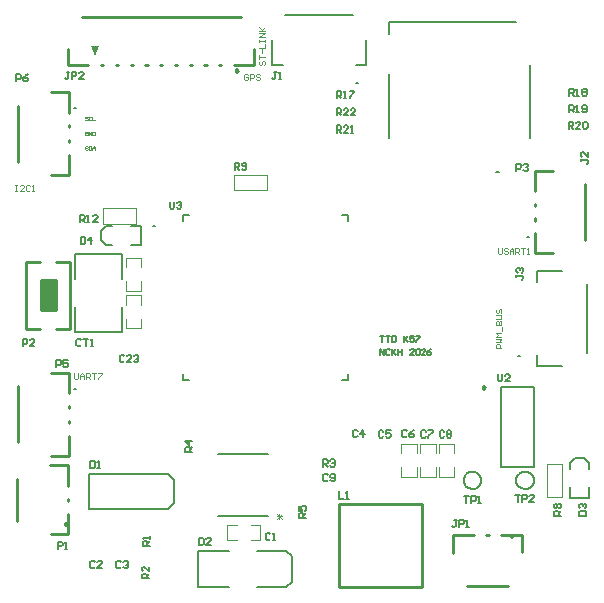
<source format=gto>
G04*
G04 #@! TF.GenerationSoftware,Altium Limited,Altium Designer,23.7.1 (13)*
G04*
G04 Layer_Color=65535*
%FSLAX44Y44*%
%MOMM*%
G71*
G04*
G04 #@! TF.SameCoordinates,04D04BC5-F765-4596-8717-98BD9A505975*
G04*
G04*
G04 #@! TF.FilePolarity,Positive*
G04*
G01*
G75*
%ADD10C,0.2000*%
%ADD11C,0.2500*%
%ADD12C,0.2540*%
%ADD13C,0.1500*%
%ADD14C,0.1200*%
%ADD15C,0.1270*%
%ADD16C,0.1524*%
%ADD17C,0.1000*%
%ADD18C,0.0762*%
%ADD19R,1.2700X2.5400*%
G36*
X-171719Y215483D02*
X-177719D01*
X-174719Y206484D01*
X-171719Y215483D01*
D01*
D02*
G37*
D10*
X-12750Y-243146D02*
X-8250Y-238646D01*
Y-216646D01*
X-12750Y-212146D01*
X-37250D01*
Y-243146D02*
X-12750D01*
X-2249Y-184248D02*
Y-181249D01*
X-1249Y-180250D01*
X750D01*
X1750Y-181249D01*
Y-184248D01*
X3749D02*
X-2249D01*
X1750Y-182249D02*
X3749Y-180250D01*
Y-177251D02*
X2749Y-178250D01*
X3749Y-177251D02*
Y-175251D01*
X2749Y-174252D01*
X750D01*
X-250Y-175251D01*
Y-176251D01*
X750Y-178250D01*
X-2249D01*
Y-174252D01*
X18502Y-152249D02*
X19501Y-153249D01*
X21501D01*
X22500Y-152249D01*
X24500D02*
X25499Y-153249D01*
X27499D01*
X28498Y-152249D01*
Y-148251D01*
X27499Y-147251D01*
X25499D01*
X24500Y-148251D01*
Y-149250D01*
X25499Y-150250D01*
X28498D01*
X22500Y-148251D02*
X21501Y-147251D01*
X19501D01*
X18502Y-148251D01*
Y-152249D01*
X18252Y-140749D02*
Y-134751D01*
X21251D01*
X22250Y-135751D01*
Y-137750D01*
X21251Y-138750D01*
X18252D01*
X20251D02*
X22250Y-140749D01*
X25249D02*
X24250Y-139749D01*
X25249Y-140749D02*
X27249D01*
X28248Y-139749D01*
Y-138750D01*
X27249Y-137750D01*
X26249D01*
X27249D01*
X28248Y-136750D01*
Y-135751D01*
X27249Y-134751D01*
X25249D01*
X24250Y-135751D01*
X32001Y-161877D02*
Y-167875D01*
X36000D01*
X37999D02*
X39999D01*
X38999D01*
Y-161877D01*
X37999Y-162877D01*
X85252Y-114999D02*
X86251Y-115999D01*
X88251D01*
X89250Y-114999D01*
X91250D02*
X92249Y-115999D01*
X94249D01*
X95248Y-114999D01*
Y-114000D01*
X94249Y-113000D01*
X91250D01*
Y-114999D01*
Y-113000D02*
X93249Y-111001D01*
X95248Y-110001D01*
X88251D02*
X86251D01*
X85252Y-111001D01*
Y-114999D01*
X89250Y-111001D02*
X88251Y-110001D01*
X102251Y-110251D02*
X101252Y-111251D01*
Y-115249D01*
X102251Y-116249D01*
X104251D01*
X105250Y-115249D01*
Y-111251D02*
X104251Y-110251D01*
X102251D01*
X107250D02*
X111248D01*
Y-111251D01*
X107250Y-115249D01*
Y-116249D01*
X117002Y-115249D02*
X118001Y-116249D01*
X120001D01*
X121000Y-115249D01*
X123000D02*
Y-114250D01*
X123999Y-113250D01*
X123000Y-112250D01*
Y-111251D01*
X123999Y-110251D01*
X125999D01*
X126998Y-111251D01*
Y-112250D01*
X125999Y-113250D01*
X126998Y-114250D01*
Y-115249D01*
X125999Y-116249D01*
X123999D01*
X123000Y-115249D01*
X123999Y-113250D02*
X125999D01*
X121000Y-111251D02*
X120001Y-110251D01*
X118001D01*
X117002Y-111251D01*
Y-115249D01*
X137752Y-165751D02*
X141751D01*
X139752D01*
Y-171749D01*
X143750D02*
Y-165751D01*
X146749D01*
X147749Y-166751D01*
Y-168750D01*
X146749Y-169750D01*
X143750D01*
X149748Y-171749D02*
X151748D01*
X150748D01*
Y-165751D01*
X149748Y-166751D01*
X140498Y-185751D02*
X139498Y-186751D01*
X137499D02*
Y-188750D01*
X136499Y-189750D01*
X133500D01*
Y-191749D02*
Y-185751D01*
X136499D01*
X137499Y-186751D01*
X140498Y-185751D02*
Y-191749D01*
X141498D01*
X139498D01*
X181003Y-164501D02*
X185001D01*
X183002D01*
Y-170499D01*
X187001D02*
Y-164501D01*
X190000D01*
X190999Y-165501D01*
Y-167500D01*
X190000Y-168500D01*
X187001D01*
X192999Y-170499D02*
X196997Y-166500D01*
Y-165501D01*
X195998Y-164501D01*
X193998D01*
X192999Y-165501D01*
Y-170499D02*
X196997D01*
X213751Y-182248D02*
Y-179249D01*
X214751Y-178250D01*
X216750D01*
X217750Y-179249D01*
Y-182248D01*
X219749D02*
X213751D01*
X235251D02*
X241249D01*
Y-179249D01*
X240249Y-178250D01*
X236251D01*
X235251Y-179249D01*
Y-182248D01*
Y-175251D02*
Y-173251D01*
X236251Y-172252D01*
X237250D01*
X238250Y-173251D01*
Y-174251D01*
Y-173251D01*
X239250Y-172252D01*
X240249D01*
X241249Y-173251D01*
Y-175251D01*
X240249Y-176250D01*
X236251D02*
X235251Y-175251D01*
X219749D02*
X218749Y-176250D01*
X217750D01*
X216750Y-175251D01*
X215750Y-176250D01*
X214751D01*
X213751Y-175251D01*
Y-173251D01*
X214751Y-172252D01*
X215750D01*
X216750Y-173251D01*
X217750Y-172252D01*
X218749D01*
X219749Y-173251D01*
Y-175251D01*
X216750D02*
Y-173251D01*
X217750Y-180249D02*
X219749Y-178250D01*
X197000Y-140750D02*
Y-73750D01*
X169000D01*
Y-140750D01*
X197000D01*
X220750Y-55250D02*
X199500D01*
Y-46250D01*
X184909Y-47290D02*
X183631D01*
X184909D01*
X175249Y-62751D02*
X173249D01*
X172250Y-63751D01*
X170250Y-62751D02*
Y-67749D01*
X169251Y-68749D01*
X167251D01*
X166252Y-67749D01*
Y-62751D01*
X175249D02*
X176248Y-63751D01*
Y-64750D01*
X172250Y-68749D01*
X176248D01*
X242000Y-44250D02*
Y13750D01*
X220750Y24750D02*
X199500Y24750D01*
X199500Y15750D01*
X187999Y18501D02*
X186999Y17502D01*
X187999Y18501D02*
Y19501D01*
X186999Y20501D01*
X182001D01*
Y19501D01*
Y21500D01*
X183001Y23500D02*
X182001Y24499D01*
Y26499D01*
X183001Y27498D01*
X184000D01*
X185000Y26499D01*
Y25499D01*
Y26499D01*
X186000Y27498D01*
X186999D01*
X187999Y26499D01*
Y24499D01*
X186999Y23500D01*
X191048Y53390D02*
X193050D01*
X191048D01*
X236501Y117501D02*
Y118501D01*
X241499D01*
X242499Y117501D01*
Y116501D01*
X241499Y115502D01*
X242499Y121500D02*
X238500Y125498D01*
X237501D01*
X236501Y124499D01*
Y122499D01*
X237501Y121500D01*
X236501Y119500D02*
Y117501D01*
X242499Y121500D02*
Y125498D01*
X242247Y146277D02*
X241248Y145277D01*
X239248D01*
X238249Y146277D01*
Y150275D01*
X239248Y151275D01*
X241248D01*
X242247Y150275D01*
Y146277D01*
X236249Y145277D02*
X232251D01*
X236249Y149276D01*
Y150275D01*
X235250Y151275D01*
X233250D01*
X232251Y150275D01*
X230251D02*
Y148276D01*
X229252Y147276D01*
X226253D01*
Y145277D02*
Y151275D01*
X229252D01*
X230251Y150275D01*
X230751Y159001D02*
X228752Y161000D01*
X229751D02*
X226752D01*
Y159001D02*
Y164999D01*
X229751D01*
X230751Y163999D01*
Y162000D01*
X229751Y161000D01*
X232750Y159001D02*
X234750D01*
X233750D01*
Y164999D01*
X232750Y163999D01*
X232750Y173225D02*
X234750D01*
X233750D01*
Y179223D01*
X232750Y178223D01*
X230751D02*
Y176224D01*
X229751Y175224D01*
X226752D01*
X228752D02*
X230751Y173225D01*
X226752D02*
Y179223D01*
X229751D01*
X230751Y178223D01*
X237749Y174225D02*
Y175224D01*
X238748Y176224D01*
X237749Y177224D01*
Y178223D01*
X238748Y179223D01*
X240748D01*
X241747Y178223D01*
Y177224D01*
X240748Y176224D01*
X241747Y175224D01*
Y174225D01*
X240748Y173225D01*
X238748D01*
X237749Y174225D01*
X238748Y164999D02*
X237749Y163999D01*
Y163000D01*
X238748Y162000D01*
X241748D01*
Y163999D02*
X240748Y164999D01*
X238748D01*
X241748Y163999D02*
Y160001D01*
X240748Y159001D01*
X238748D01*
X237749Y160001D01*
X238748Y176224D02*
X240748D01*
X228252Y147276D02*
X230251Y145277D01*
X190999Y115499D02*
X191998Y114499D01*
Y113500D01*
X190999Y112500D01*
X189999D01*
X190999D01*
X191998Y111500D01*
Y110501D01*
X190999Y109501D01*
X188999D01*
X188000Y110501D01*
Y114499D02*
X188999Y115499D01*
X190999D01*
X185001D02*
X186000Y114499D01*
Y112500D01*
X185001Y111500D01*
X182002D01*
Y109501D02*
Y115499D01*
X185001D01*
X167000Y109000D02*
X165000D01*
X167000D01*
X44000Y241484D02*
X-14000D01*
X-25000Y220234D02*
X-25000Y198984D01*
X-16000Y198984D01*
X-18001Y193249D02*
X-19001Y192249D01*
X-18001Y193249D02*
Y187251D01*
X-17001D01*
X-19001D01*
X29753Y173000D02*
X32752D01*
X33751Y174000D01*
Y175999D01*
X32752Y176999D01*
X29753D01*
Y171001D01*
Y162499D02*
X32752D01*
X33751Y161499D01*
Y159500D01*
X32752Y158500D01*
X29753D01*
Y156501D02*
Y162499D01*
Y147999D02*
X32752D01*
X33751Y146999D01*
Y145000D01*
X32752Y144000D01*
X29753D01*
Y142001D02*
Y147999D01*
X31752Y144000D02*
X33751Y142001D01*
X35751D02*
X39749Y146000D01*
Y146999D01*
X38750Y147999D01*
X36750D01*
X35751Y146999D01*
Y142001D02*
X39749D01*
X41749D02*
X43748D01*
X42748D01*
Y147999D01*
X41749Y146999D01*
Y156501D02*
X45747Y160500D01*
Y161499D01*
X44748Y162499D01*
X42748D01*
X41749Y161499D01*
X39749D02*
X38750Y162499D01*
X36750D01*
X35751Y161499D01*
X39749D02*
Y160500D01*
X35751Y156501D01*
X39749D01*
X41749D02*
X45747D01*
X33751D02*
X31752Y158500D01*
X33751Y171001D02*
X31752Y173000D01*
X35751Y171001D02*
X37750D01*
X36750D01*
Y176999D01*
X35751Y175999D01*
X40749Y176999D02*
X44748D01*
Y175999D01*
X40749Y172001D01*
Y171001D01*
X46400Y183754D02*
X47680D01*
X46400D01*
X46000Y198984D02*
X55000D01*
Y220234D01*
X-21000Y193249D02*
X-22999D01*
X-22000D01*
Y188251D01*
X-22999Y187251D01*
X-23999D01*
X-24999Y188251D01*
X-47501Y116499D02*
X-49501D01*
X-50500Y115499D01*
Y114500D01*
X-49501Y113500D01*
X-46502D01*
Y115499D02*
X-47501Y116499D01*
X-46502Y115499D02*
Y111501D01*
X-47501Y110501D01*
X-49501D01*
X-50500Y111501D01*
X-52500Y110501D02*
X-54499Y112500D01*
X-53499D02*
X-56498D01*
Y110501D02*
Y116499D01*
X-53499D01*
X-52500Y115499D01*
Y113500D01*
X-53499Y112500D01*
X-102551Y83549D02*
X-101552Y82549D01*
Y81550D01*
X-102551Y80550D01*
X-103551D01*
X-102551D01*
X-101552Y79550D01*
Y78551D01*
X-102551Y77551D01*
X-104551D01*
X-105550Y78551D01*
X-107550D02*
Y83549D01*
X-104551D02*
X-102551D01*
X-104551D02*
X-105550Y82549D01*
X-107550Y78551D02*
X-108549Y77551D01*
X-110549D01*
X-111548Y78551D01*
Y83549D01*
X-123950Y62500D02*
X-125950D01*
X-123950D01*
X-172502Y66251D02*
X-176501D01*
X-172502Y70250D01*
Y71249D01*
X-173502Y72249D01*
X-175501D01*
X-176501Y71249D01*
X-181500D02*
X-180500Y72249D01*
Y66251D01*
X-179500D01*
X-181500D01*
X-183499D02*
X-185498Y68250D01*
X-184499D02*
X-187498D01*
Y66251D02*
Y72249D01*
X-184499D01*
X-183499Y71249D01*
Y69250D01*
X-184499Y68250D01*
X-183999Y53749D02*
X-186998D01*
Y47751D01*
X-183999D01*
X-183000Y48751D01*
Y52749D01*
X-183999Y53749D01*
X-178001D02*
X-181000Y50750D01*
X-177002D01*
X-178001Y53749D02*
Y47751D01*
X-191570Y39020D02*
X-152200D01*
Y18000D01*
Y-6000D02*
Y-27020D01*
X-191570D01*
Y-6000D01*
X-189498Y-33001D02*
X-190498Y-34001D01*
Y-37999D01*
X-189498Y-38999D01*
X-187499D01*
X-186499Y-37999D01*
Y-34001D02*
X-187499Y-33001D01*
X-189498D01*
X-184500D02*
X-180501D01*
X-182500D01*
Y-38999D01*
X-178502D02*
X-176502D01*
X-177502D01*
Y-33001D01*
X-178502Y-34001D01*
X-197752Y-50751D02*
X-201750D01*
Y-53750D01*
X-199751Y-52750D01*
X-198751D01*
X-197752Y-53750D01*
Y-55749D01*
X-198751Y-56749D01*
X-200751D01*
X-201750Y-55749D01*
X-204749Y-54750D02*
X-207748D01*
Y-56749D02*
Y-50751D01*
X-204749D01*
X-203750Y-51751D01*
Y-53750D01*
X-204749Y-54750D01*
X-192430Y-75390D02*
X-190429D01*
X-192430D01*
X-153997Y-51499D02*
X-152998Y-52499D01*
X-150998D01*
X-149999Y-51499D01*
Y-47501D02*
X-150998Y-46501D01*
X-152998D01*
X-153997Y-47501D01*
Y-51499D01*
X-147999Y-52499D02*
X-144001Y-48500D01*
Y-47501D01*
X-145000Y-46501D01*
X-147000D01*
X-147999Y-47501D01*
Y-52499D02*
X-144001D01*
X-141002D02*
X-142001Y-51499D01*
X-141002Y-52499D02*
X-139002D01*
X-138003Y-51499D01*
Y-50500D01*
X-139002Y-49500D01*
X-140002D01*
X-139002D01*
X-138003Y-48500D01*
Y-47501D01*
X-139002Y-46501D01*
X-141002D01*
X-142001Y-47501D01*
X-191570Y18000D02*
Y39020D01*
X-227001Y-33001D02*
X-229001D01*
X-230000Y-34001D01*
X-232000D02*
Y-36000D01*
X-232999Y-37000D01*
X-235998D01*
Y-38999D02*
Y-33001D01*
X-232999D01*
X-232000Y-34001D01*
X-226002D02*
X-227001Y-33001D01*
X-226002Y-34001D02*
Y-35000D01*
X-230000Y-38999D01*
X-226002D01*
X-178749Y-136001D02*
Y-141999D01*
X-175750D01*
X-174750Y-140999D01*
Y-137001D01*
X-175750Y-136001D01*
X-178749D01*
X-179724Y-147014D02*
X-112668D01*
X-107842Y-151840D01*
Y-159576D01*
Y-171906D01*
X-112922Y-176986D01*
X-179724D01*
Y-147014D01*
X-172751Y-141999D02*
X-170751D01*
X-171751D01*
Y-136001D01*
X-172751Y-137001D01*
X-134499Y-201001D02*
X-133499Y-202001D01*
Y-204000D02*
X-131500D01*
X-130500Y-205000D01*
Y-207999D01*
X-128501D02*
X-134499D01*
Y-205000D01*
X-133499Y-204000D01*
X-134499Y-201001D02*
X-128501D01*
Y-200001D01*
Y-202001D01*
Y-204000D02*
X-130500Y-205999D01*
X-129001Y-225502D02*
Y-229500D01*
X-133000Y-225502D01*
X-133999D01*
X-134999Y-226501D01*
Y-228501D01*
X-133999Y-229500D01*
Y-231500D02*
X-132000D01*
X-131000Y-232499D01*
Y-235498D01*
X-129001D02*
X-134999D01*
Y-232499D01*
X-133999Y-231500D01*
X-129001D02*
X-131000Y-233499D01*
X-146752Y-225999D02*
X-147751Y-226999D01*
X-149751D01*
X-150750Y-225999D01*
X-152750D02*
X-153749Y-226999D01*
X-155749D01*
X-156748Y-225999D01*
Y-222001D01*
X-155749Y-221001D01*
X-153749D01*
X-152750Y-222001D01*
X-150750D02*
X-149751Y-221001D01*
X-147751D01*
X-146752Y-222001D01*
Y-223000D01*
X-147751Y-224000D01*
X-148751D01*
X-147751D01*
X-146752Y-225000D01*
Y-225999D01*
X-168752Y-226499D02*
X-172750D01*
X-168752Y-222500D01*
Y-221501D01*
X-169751Y-220501D01*
X-171751D01*
X-172750Y-221501D01*
X-174750D02*
X-175749Y-220501D01*
X-177749D01*
X-178748Y-221501D01*
Y-225499D01*
X-177749Y-226499D01*
X-175749D01*
X-174750Y-225499D01*
X-198251Y-210249D02*
X-199251D01*
Y-204251D01*
X-200251Y-205251D01*
X-202250D02*
Y-207250D01*
X-203250Y-208250D01*
X-206249D01*
Y-210249D02*
Y-204251D01*
X-203250D01*
X-202250Y-205251D01*
X-200251Y-210249D02*
X-198251D01*
X-87250Y-243146D02*
Y-212146D01*
X-61250D01*
Y-243146D02*
X-87250D01*
X-86748Y-207395D02*
X-83749D01*
X-82750Y-206395D01*
Y-202397D01*
X-83749Y-201397D01*
X-86748D01*
Y-207395D01*
X-80750D02*
X-76752Y-203396D01*
Y-202397D01*
X-77751Y-201397D01*
X-79751D01*
X-80750Y-202397D01*
Y-207395D02*
X-76752D01*
X-30333Y-201749D02*
X-29333Y-202749D01*
X-27334D01*
X-26334Y-201749D01*
X-24335Y-202749D02*
X-22335D01*
X-23335D01*
Y-196751D01*
X-24335Y-197751D01*
X-26334D02*
X-27334Y-196751D01*
X-29333D01*
X-30333Y-197751D01*
Y-201749D01*
X43502Y-114999D02*
X44501Y-115999D01*
X46501D01*
X47500Y-114999D01*
Y-111001D02*
X46501Y-110001D01*
X44501D01*
X43502Y-111001D01*
Y-114999D01*
X49500Y-113000D02*
X53498D01*
X52499Y-115999D02*
Y-110001D01*
X49500Y-113000D01*
X65502Y-111251D02*
Y-115249D01*
X66501Y-116249D01*
X68501D01*
X69500Y-115249D01*
X71500D02*
X72499Y-116249D01*
X74499D01*
X75498Y-115249D01*
Y-113250D01*
X74499Y-112250D01*
X73499D01*
X71500Y-113250D01*
Y-110251D01*
X75498D01*
X68501D02*
X66501D01*
X65502Y-111251D01*
X69500D02*
X68501Y-110251D01*
X129502Y-185751D02*
X130501D01*
Y-190749D01*
X129502Y-191749D01*
X128502D01*
X127502Y-190749D01*
X129502Y-185751D02*
X131501D01*
X-92251Y-128498D02*
X-98249D01*
Y-125499D01*
X-97249Y-124500D01*
X-95250D01*
X-94250Y-125499D01*
Y-128498D01*
Y-126499D02*
X-92251Y-124500D01*
Y-119501D02*
X-98249D01*
X-95250Y-122500D01*
Y-118502D01*
X-190429Y162360D02*
X-192430D01*
X-190429D01*
X-188471Y187485D02*
X-184472Y191484D01*
Y192483D01*
X-185472Y193483D01*
X-187471D01*
X-188471Y192483D01*
X-190470D02*
Y190484D01*
X-191470Y189484D01*
X-194469D01*
Y187485D02*
Y193483D01*
X-191470D01*
X-190470Y192483D01*
X-188471Y187485D02*
X-184472D01*
X-197468Y188485D02*
X-198467Y187485D01*
X-199467D01*
X-200467Y188485D01*
X-197468D02*
Y193483D01*
X-198467D01*
X-196468D01*
X-231597Y191228D02*
X-233597Y190228D01*
X-235596Y188229D01*
Y186230D01*
X-234596Y185230D01*
X-232597D01*
X-231597Y186230D01*
Y187229D01*
X-232597Y188229D01*
X-235596D01*
X-237595D02*
X-238595Y187229D01*
X-241594D01*
Y185230D02*
Y191228D01*
X-238595D01*
X-237595Y190228D01*
Y188229D01*
D11*
X153375Y-74833D02*
X155250Y-73750D01*
X153375Y-72667D01*
Y-74833D01*
D12*
X175300Y-241589D02*
X140081D01*
X128310Y-213649D02*
Y-198409D01*
X146090D01*
X156583D02*
X158463D01*
X169080D02*
X186730D01*
Y-212823D01*
X179110Y-199679D02*
X177205Y-198579D01*
Y-200779D01*
X179110Y-199679D01*
X102406Y-173130D02*
Y-242876D01*
X32250Y-242876D01*
X31840D02*
Y-172876D01*
X32250D02*
X102250D01*
X212939Y39691D02*
X197750D01*
Y56880D01*
Y67502D02*
Y69380D01*
Y80002D02*
Y81879D01*
Y92502D02*
Y109691D01*
X212939D01*
X240250Y98380D02*
Y51002D01*
X-39720Y212421D02*
Y199182D01*
X-57159D01*
X-55255Y195483D02*
Y193283D01*
X-53350Y194383D01*
X-55255Y195483D01*
X-67782Y199182D02*
X-69658D01*
X-80281D02*
X-82159D01*
X-92781D02*
X-94659D01*
X-105281D02*
X-107159D01*
X-117781D02*
X-119659D01*
X-130281D02*
X-132158D01*
X-142781D02*
X-144659D01*
X-155281D02*
X-157159D01*
X-167782D02*
X-169659D01*
X-197720Y212421D02*
Y199182D01*
X-180281D01*
X-197130Y176059D02*
X-212319D01*
X-197130Y158871D02*
Y176059D01*
Y148248D02*
Y146370D01*
Y135748D02*
Y133871D01*
Y123248D02*
Y106059D01*
X-212319D01*
X-239630Y117370D02*
Y164748D01*
X-186158Y239683D02*
X-51281D01*
X-233050Y32444D02*
X-221620D01*
X-207396D02*
X-195966D01*
Y-23944D01*
X-207396D01*
X-221620D02*
X-233050D01*
Y32444D01*
X-220858Y16950D02*
X-208158D01*
Y-8450D01*
X-220858D01*
Y16950D01*
X-239630Y-73002D02*
Y-120380D01*
X-241089Y-151581D02*
Y-186800D01*
X-212323Y-198230D02*
X-197909D01*
Y-180580D01*
Y-169963D02*
Y-168083D01*
Y-157590D02*
Y-139810D01*
X-213149D01*
X-212319Y-131691D02*
X-197130D01*
Y-114502D01*
Y-103879D02*
Y-102002D01*
Y-91379D02*
Y-89502D01*
Y-78879D02*
Y-61691D01*
X-212319D01*
X-199814Y-188240D02*
Y-190440D01*
X-197909Y-189340D01*
X-199814Y-188240D01*
D13*
X243350Y-167608D02*
Y-158508D01*
Y-167608D02*
X227150D01*
Y-158508D01*
X243350Y-142508D02*
Y-137600D01*
X239158Y-133408D01*
X231342D01*
X227150Y-137600D01*
Y-142508D01*
X195419Y-147893D02*
X193602Y-146221D01*
X191341Y-145230D01*
X188881Y-145026D01*
X186487Y-145632D01*
X184420Y-146982D01*
X182904Y-148930D01*
X182102Y-151265D01*
Y-153735D01*
X182904Y-156070D01*
X184420Y-158018D01*
X186487Y-159368D01*
X188881Y-159974D01*
X191341Y-159770D01*
X193602Y-158779D01*
X195419Y-157107D01*
X196594Y-154935D01*
X197000Y-152500D01*
X196594Y-150065D01*
X195419Y-147893D01*
X150669D02*
X148852Y-146221D01*
X146591Y-145230D01*
X144131Y-145026D01*
X141737Y-145632D01*
X139670Y-146982D01*
X138154Y-148930D01*
X137352Y-151265D01*
Y-153735D01*
X138154Y-156070D01*
X139670Y-158018D01*
X141737Y-159368D01*
X144131Y-159974D01*
X146591Y-159770D01*
X148852Y-158779D01*
X150669Y-157107D01*
X151844Y-154935D01*
X152250Y-152500D01*
X151844Y-150065D01*
X150669Y-147893D01*
X109236Y-46500D02*
X110069Y-45667D01*
Y-44834D01*
X109236Y-44001D01*
X106737D01*
Y-45667D01*
X107570Y-46500D01*
X109236D01*
X106737Y-44001D02*
X108403Y-42335D01*
X110069Y-41502D01*
X105071Y-42335D02*
X104238Y-41502D01*
X102572D01*
X101739Y-42335D01*
X100072D02*
Y-45667D01*
X99239Y-46500D01*
X97573D01*
X96740Y-45667D01*
Y-42335D01*
X97573Y-41502D01*
X99239D01*
X100072Y-42335D01*
X95074D02*
X94241Y-41502D01*
X92575D01*
X91742Y-42335D01*
X95074D02*
Y-43168D01*
X91742Y-46500D01*
X95074D01*
X101739D02*
X105071Y-43168D01*
Y-42335D01*
Y-46500D02*
X101739D01*
X96740Y-35463D02*
Y-34630D01*
X100072Y-31298D01*
Y-30465D01*
X96740D01*
X95074D02*
X91742D01*
Y-32964D01*
X93408Y-32131D01*
X94241D01*
X95074Y-32964D01*
Y-34630D01*
X94241Y-35463D01*
X92575D01*
X91742Y-34630D01*
X90076Y-35463D02*
X87577Y-32964D01*
X90076Y-30465D01*
X86743Y-33797D01*
Y-35463D01*
Y-30465D01*
X85077Y-41502D02*
Y-46500D01*
Y-44001D02*
Y-41502D01*
Y-44001D02*
X81745D01*
Y-46500D01*
Y-41502D01*
X80079D02*
X77580Y-44001D01*
X80079Y-46500D01*
X76747D02*
Y-44834D01*
X80079Y-41502D01*
X76747D02*
Y-46500D01*
X74248D02*
X75081Y-45667D01*
X74248Y-46500D02*
X72581D01*
X71748Y-45667D01*
Y-42335D01*
X72581Y-41502D01*
X74248D01*
X75081Y-42335D01*
X70082Y-41502D02*
Y-46500D01*
X66750Y-41502D01*
Y-46500D01*
X68416Y-35463D02*
Y-30465D01*
X70082D01*
X66750D01*
X71748D02*
X75081D01*
X73415D01*
Y-35463D01*
X76747D02*
X79246D01*
X80079Y-34630D01*
Y-31298D01*
X79246Y-30465D01*
X76747D01*
Y-35463D01*
X-135392Y62850D02*
X-144492D01*
X-135392D02*
Y46650D01*
X-144492D01*
X-169592Y50842D02*
Y58658D01*
X-165400Y62850D01*
X-160492D01*
X-169592Y50842D02*
X-165400Y46650D01*
X-160492D01*
D14*
X-42750Y-203100D02*
X-34650D01*
Y-189900D01*
X-42750D01*
X-54750D02*
X-62850D01*
Y-203100D01*
X-54750D01*
X84289Y-149600D02*
X97489D01*
Y-141500D01*
X100345D02*
Y-149600D01*
X113545D01*
Y-141500D01*
X116400D02*
Y-149600D01*
X129600D01*
Y-141500D01*
Y-129500D02*
Y-121400D01*
X116400D01*
Y-129500D01*
X113545D02*
Y-121400D01*
X100345D01*
Y-129500D01*
X97489D02*
Y-121400D01*
X84289D01*
Y-129500D01*
Y-141500D02*
Y-149600D01*
X207650Y-166600D02*
X220850D01*
Y-138400D01*
X207650D01*
Y-166600D01*
X-28900Y93150D02*
Y106350D01*
X-57100D01*
Y93150D01*
X-28900D01*
X-140150Y77850D02*
Y64650D01*
X-168350D01*
Y77850D01*
X-140150D01*
X-148600Y36100D02*
X-135400D01*
Y28000D01*
Y16000D02*
Y7900D01*
X-148600D01*
Y16000D01*
X-148600Y4350D02*
X-135400D01*
Y-3750D01*
Y-15750D02*
Y-23850D01*
X-148600D01*
Y-15750D01*
Y-3750D02*
Y4350D01*
X-148600Y28000D02*
Y36100D01*
D15*
X34050Y-67500D02*
X39450D01*
Y-62100D01*
Y67100D02*
Y72500D01*
X34050D01*
X74250Y137200D02*
Y191800D01*
Y225700D02*
Y236000D01*
X181800D01*
X193750Y198800D02*
Y137200D01*
X-95150Y72500D02*
X-100550D01*
Y67100D01*
Y-62100D02*
Y-67500D01*
X-95150D01*
D16*
X-28541Y-182539D02*
X-70959D01*
X-28541Y-129961D02*
X-70959D01*
D17*
X-172507Y-66250D02*
Y-65417D01*
X-169174Y-62085D01*
Y-61252D01*
X-172507D01*
X-174173D02*
X-175839D01*
Y-66250D01*
X-179171D02*
X-180837Y-64584D01*
X-180004D02*
X-182503D01*
Y-66250D02*
Y-61252D01*
X-180004D01*
X-179171Y-62085D01*
Y-63751D01*
X-180004Y-64584D01*
X-184169Y-63751D02*
X-187502D01*
Y-62918D02*
X-185835Y-61252D01*
X-184169Y-62918D01*
Y-66250D01*
Y-63751D01*
X-187502Y-62918D02*
Y-66250D01*
X-190001D02*
X-189168Y-65417D01*
Y-61252D01*
X-192500D02*
Y-65417D01*
X-191667Y-66250D01*
X-190001D01*
X-177505Y-61252D02*
X-174173D01*
X-226672Y92500D02*
X-227505D01*
Y97498D01*
X-228338Y96665D01*
X-230004D02*
X-230837Y97498D01*
X-232503D01*
X-233336Y96665D01*
Y93333D01*
X-232503Y92500D01*
X-230837D01*
X-230004Y93333D01*
X-228338Y92500D02*
X-226672D01*
X-235002D02*
X-238335D01*
X-235002Y95832D01*
Y96665D01*
X-235835Y97498D01*
X-237502D01*
X-238335Y96665D01*
X-240834Y97498D02*
X-241667D01*
Y92500D01*
X-242500D01*
X-240834D01*
Y97498D02*
X-242500D01*
X-182500Y127250D02*
X-183000Y127750D01*
X-182500Y127250D02*
X-181500D01*
X-181001Y127750D01*
Y128250D01*
X-181500Y128750D01*
X-182500D01*
X-183000Y129249D01*
Y129749D01*
X-182500Y130249D01*
X-181500D01*
X-181001Y129749D01*
X-180001Y130249D02*
Y127250D01*
X-178501D01*
X-178002Y127750D01*
Y129749D01*
X-178501Y130249D01*
X-180001D01*
X-177002Y129249D02*
X-176002Y130249D01*
X-175003Y129249D01*
Y127250D01*
Y128750D01*
X-177002D01*
Y129249D02*
Y127250D01*
Y139750D02*
X-175502D01*
X-175003Y140250D01*
Y142249D01*
X-175502Y142749D01*
X-177002D01*
Y139750D01*
X-178002D02*
Y142749D01*
X-180001D02*
X-178002Y139750D01*
X-180001D02*
Y142749D01*
X-181001Y142249D02*
X-181500Y142749D01*
X-182500D01*
X-183000Y142249D01*
Y140250D01*
X-182500Y139750D01*
X-181500D01*
X-181001Y140250D01*
Y141250D01*
X-182000D01*
X-182500Y152500D02*
X-183000Y153000D01*
X-182500Y152500D02*
X-181500D01*
X-181001Y153000D01*
Y153500D01*
X-181500Y154000D01*
X-182500D01*
X-183000Y154499D01*
Y154999D01*
X-182500Y155499D01*
X-181500D01*
X-181001Y154999D01*
X-180001D02*
Y153000D01*
X-179501Y152500D01*
X-178501D01*
X-178002Y153000D01*
X-177002Y152500D02*
X-175003D01*
X-177002D02*
Y155499D01*
X-178002Y154999D02*
X-178501Y155499D01*
X-179501D01*
X-180001Y154999D01*
X-48250Y187583D02*
X-47417Y186750D01*
X-45751D01*
X-44918Y187583D01*
Y189249D01*
X-46584D01*
X-47417Y191748D02*
X-48250Y190915D01*
Y187583D01*
X-47417Y191748D02*
X-45751D01*
X-44918Y190915D01*
X-43252Y191748D02*
X-40752D01*
X-39919Y190915D01*
Y189249D01*
X-40752Y188416D01*
X-43252D01*
Y186750D02*
Y191748D01*
X-38253Y190915D02*
Y190082D01*
X-37420Y189249D01*
X-35754D01*
X-34921Y188416D01*
Y187583D01*
X-35754Y186750D01*
X-37420D01*
X-38253Y187583D01*
Y190915D02*
X-37420Y191748D01*
X-35754D01*
X-34921Y190915D01*
X-34665Y199000D02*
X-33832D01*
X-32999Y199833D01*
Y201499D01*
X-32166Y202332D01*
X-31333D01*
X-30500Y201499D01*
Y199833D01*
X-31333Y199000D01*
X-34665D02*
X-35498Y199833D01*
Y201499D01*
X-34665Y202332D01*
X-35498Y203998D02*
Y207331D01*
Y205665D01*
X-30500D01*
X-32999Y208997D02*
Y212329D01*
X-35498Y213995D02*
X-30500D01*
Y217327D01*
Y218993D02*
Y220660D01*
Y219827D02*
Y218993D01*
Y219827D02*
X-35498D01*
Y220660D01*
Y218993D01*
Y223159D02*
X-30500Y226491D01*
X-35498D01*
Y228157D02*
X-30500D01*
X-32166D01*
X-35498Y231489D01*
X-32999Y228990D01*
X-30500Y231489D01*
Y223159D02*
X-35498D01*
X166250Y44248D02*
Y40083D01*
X167083Y39250D01*
X168749D01*
X169582Y40083D01*
Y44248D01*
X171248Y43415D02*
Y42582D01*
X172081Y41749D01*
X173748D01*
X174581Y40916D01*
Y40083D01*
X173748Y39250D01*
X172081D01*
X171248Y40083D01*
Y43415D02*
X172081Y44248D01*
X173748D01*
X174581Y43415D01*
X176247Y42582D02*
X177913Y44248D01*
X179579Y42582D01*
Y39250D01*
Y41749D01*
X176247D01*
Y42582D02*
Y39250D01*
X181245D02*
Y44248D01*
X183744D01*
X184577Y43415D01*
Y41749D01*
X183744Y40916D01*
X181245D01*
X182911D02*
X184577Y39250D01*
X187910D02*
Y44248D01*
X189576D01*
X186243D01*
X191242Y43415D02*
X192075Y44248D01*
Y39250D01*
X192908D01*
X191242D01*
X168584Y-7428D02*
X169417Y-8261D01*
Y-9927D01*
X168584Y-10760D01*
Y-12426D02*
X164419D01*
X165252Y-10760D02*
X166085D01*
X166918Y-9927D01*
Y-8261D01*
X167751Y-7428D01*
X168584D01*
X165252D02*
X164419Y-8261D01*
Y-9927D01*
X165252Y-10760D01*
X168584Y-12426D02*
X169417Y-13259D01*
Y-14925D01*
X168584Y-15758D01*
X164419D01*
X165252Y-17424D02*
X164419Y-18257D01*
Y-20756D01*
X169417D01*
Y-18257D01*
X168584Y-17424D01*
X167751D01*
X166918Y-18257D01*
Y-20756D01*
Y-18257D01*
X166085Y-17424D01*
X165252D01*
X170250Y-22423D02*
Y-25755D01*
X169417Y-27421D02*
X164419D01*
X166085Y-29087D01*
X164419Y-30753D01*
X169417D01*
Y-32419D02*
X164419D01*
Y-35752D02*
X169417D01*
X167751Y-34086D01*
X169417Y-32419D01*
X166918Y-37418D02*
X167751Y-38251D01*
Y-40750D01*
X169417D02*
X164419D01*
Y-38251D01*
X165252Y-37418D01*
X166918D01*
D18*
X-18909Y-184908D02*
Y-180676D01*
X-16794D02*
X-21026Y-184908D01*
Y-182792D02*
X-16794D01*
Y-184908D02*
X-21026Y-180676D01*
D19*
X-214504Y4250D02*
D03*
M02*

</source>
